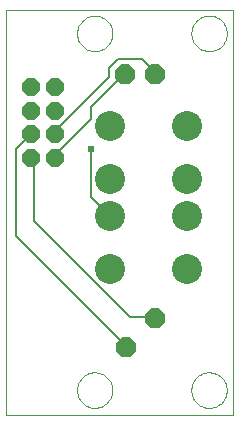
<source format=gtl>
G75*
%MOIN*%
%OFA0B0*%
%FSLAX24Y24*%
%IPPOS*%
%LPD*%
%AMOC8*
5,1,8,0,0,1.08239X$1,22.5*
%
%ADD10C,0.0000*%
%ADD11OC8,0.0660*%
%ADD12C,0.1000*%
%ADD13OC8,0.0600*%
%ADD14C,0.0080*%
%ADD15C,0.0240*%
D10*
X000147Y000177D02*
X000147Y013680D01*
X007730Y013680D01*
X007730Y000177D01*
X000147Y000177D01*
X002523Y001002D02*
X002525Y001050D01*
X002531Y001098D01*
X002541Y001145D01*
X002554Y001191D01*
X002572Y001236D01*
X002592Y001280D01*
X002617Y001322D01*
X002645Y001361D01*
X002675Y001398D01*
X002709Y001432D01*
X002746Y001464D01*
X002784Y001493D01*
X002825Y001518D01*
X002868Y001540D01*
X002913Y001558D01*
X002959Y001572D01*
X003006Y001583D01*
X003054Y001590D01*
X003102Y001593D01*
X003150Y001592D01*
X003198Y001587D01*
X003246Y001578D01*
X003292Y001566D01*
X003337Y001549D01*
X003381Y001529D01*
X003423Y001506D01*
X003463Y001479D01*
X003501Y001449D01*
X003536Y001416D01*
X003568Y001380D01*
X003598Y001342D01*
X003624Y001301D01*
X003646Y001258D01*
X003666Y001214D01*
X003681Y001169D01*
X003693Y001122D01*
X003701Y001074D01*
X003705Y001026D01*
X003705Y000978D01*
X003701Y000930D01*
X003693Y000882D01*
X003681Y000835D01*
X003666Y000790D01*
X003646Y000746D01*
X003624Y000703D01*
X003598Y000662D01*
X003568Y000624D01*
X003536Y000588D01*
X003501Y000555D01*
X003463Y000525D01*
X003423Y000498D01*
X003381Y000475D01*
X003337Y000455D01*
X003292Y000438D01*
X003246Y000426D01*
X003198Y000417D01*
X003150Y000412D01*
X003102Y000411D01*
X003054Y000414D01*
X003006Y000421D01*
X002959Y000432D01*
X002913Y000446D01*
X002868Y000464D01*
X002825Y000486D01*
X002784Y000511D01*
X002746Y000540D01*
X002709Y000572D01*
X002675Y000606D01*
X002645Y000643D01*
X002617Y000682D01*
X002592Y000724D01*
X002572Y000768D01*
X002554Y000813D01*
X002541Y000859D01*
X002531Y000906D01*
X002525Y000954D01*
X002523Y001002D01*
X006335Y001002D02*
X006337Y001050D01*
X006343Y001098D01*
X006353Y001145D01*
X006366Y001191D01*
X006384Y001236D01*
X006404Y001280D01*
X006429Y001322D01*
X006457Y001361D01*
X006487Y001398D01*
X006521Y001432D01*
X006558Y001464D01*
X006596Y001493D01*
X006637Y001518D01*
X006680Y001540D01*
X006725Y001558D01*
X006771Y001572D01*
X006818Y001583D01*
X006866Y001590D01*
X006914Y001593D01*
X006962Y001592D01*
X007010Y001587D01*
X007058Y001578D01*
X007104Y001566D01*
X007149Y001549D01*
X007193Y001529D01*
X007235Y001506D01*
X007275Y001479D01*
X007313Y001449D01*
X007348Y001416D01*
X007380Y001380D01*
X007410Y001342D01*
X007436Y001301D01*
X007458Y001258D01*
X007478Y001214D01*
X007493Y001169D01*
X007505Y001122D01*
X007513Y001074D01*
X007517Y001026D01*
X007517Y000978D01*
X007513Y000930D01*
X007505Y000882D01*
X007493Y000835D01*
X007478Y000790D01*
X007458Y000746D01*
X007436Y000703D01*
X007410Y000662D01*
X007380Y000624D01*
X007348Y000588D01*
X007313Y000555D01*
X007275Y000525D01*
X007235Y000498D01*
X007193Y000475D01*
X007149Y000455D01*
X007104Y000438D01*
X007058Y000426D01*
X007010Y000417D01*
X006962Y000412D01*
X006914Y000411D01*
X006866Y000414D01*
X006818Y000421D01*
X006771Y000432D01*
X006725Y000446D01*
X006680Y000464D01*
X006637Y000486D01*
X006596Y000511D01*
X006558Y000540D01*
X006521Y000572D01*
X006487Y000606D01*
X006457Y000643D01*
X006429Y000682D01*
X006404Y000724D01*
X006384Y000768D01*
X006366Y000813D01*
X006353Y000859D01*
X006343Y000906D01*
X006337Y000954D01*
X006335Y001002D01*
X006335Y012893D02*
X006337Y012941D01*
X006343Y012989D01*
X006353Y013036D01*
X006366Y013082D01*
X006384Y013127D01*
X006404Y013171D01*
X006429Y013213D01*
X006457Y013252D01*
X006487Y013289D01*
X006521Y013323D01*
X006558Y013355D01*
X006596Y013384D01*
X006637Y013409D01*
X006680Y013431D01*
X006725Y013449D01*
X006771Y013463D01*
X006818Y013474D01*
X006866Y013481D01*
X006914Y013484D01*
X006962Y013483D01*
X007010Y013478D01*
X007058Y013469D01*
X007104Y013457D01*
X007149Y013440D01*
X007193Y013420D01*
X007235Y013397D01*
X007275Y013370D01*
X007313Y013340D01*
X007348Y013307D01*
X007380Y013271D01*
X007410Y013233D01*
X007436Y013192D01*
X007458Y013149D01*
X007478Y013105D01*
X007493Y013060D01*
X007505Y013013D01*
X007513Y012965D01*
X007517Y012917D01*
X007517Y012869D01*
X007513Y012821D01*
X007505Y012773D01*
X007493Y012726D01*
X007478Y012681D01*
X007458Y012637D01*
X007436Y012594D01*
X007410Y012553D01*
X007380Y012515D01*
X007348Y012479D01*
X007313Y012446D01*
X007275Y012416D01*
X007235Y012389D01*
X007193Y012366D01*
X007149Y012346D01*
X007104Y012329D01*
X007058Y012317D01*
X007010Y012308D01*
X006962Y012303D01*
X006914Y012302D01*
X006866Y012305D01*
X006818Y012312D01*
X006771Y012323D01*
X006725Y012337D01*
X006680Y012355D01*
X006637Y012377D01*
X006596Y012402D01*
X006558Y012431D01*
X006521Y012463D01*
X006487Y012497D01*
X006457Y012534D01*
X006429Y012573D01*
X006404Y012615D01*
X006384Y012659D01*
X006366Y012704D01*
X006353Y012750D01*
X006343Y012797D01*
X006337Y012845D01*
X006335Y012893D01*
X002523Y012893D02*
X002525Y012941D01*
X002531Y012989D01*
X002541Y013036D01*
X002554Y013082D01*
X002572Y013127D01*
X002592Y013171D01*
X002617Y013213D01*
X002645Y013252D01*
X002675Y013289D01*
X002709Y013323D01*
X002746Y013355D01*
X002784Y013384D01*
X002825Y013409D01*
X002868Y013431D01*
X002913Y013449D01*
X002959Y013463D01*
X003006Y013474D01*
X003054Y013481D01*
X003102Y013484D01*
X003150Y013483D01*
X003198Y013478D01*
X003246Y013469D01*
X003292Y013457D01*
X003337Y013440D01*
X003381Y013420D01*
X003423Y013397D01*
X003463Y013370D01*
X003501Y013340D01*
X003536Y013307D01*
X003568Y013271D01*
X003598Y013233D01*
X003624Y013192D01*
X003646Y013149D01*
X003666Y013105D01*
X003681Y013060D01*
X003693Y013013D01*
X003701Y012965D01*
X003705Y012917D01*
X003705Y012869D01*
X003701Y012821D01*
X003693Y012773D01*
X003681Y012726D01*
X003666Y012681D01*
X003646Y012637D01*
X003624Y012594D01*
X003598Y012553D01*
X003568Y012515D01*
X003536Y012479D01*
X003501Y012446D01*
X003463Y012416D01*
X003423Y012389D01*
X003381Y012366D01*
X003337Y012346D01*
X003292Y012329D01*
X003246Y012317D01*
X003198Y012308D01*
X003150Y012303D01*
X003102Y012302D01*
X003054Y012305D01*
X003006Y012312D01*
X002959Y012323D01*
X002913Y012337D01*
X002868Y012355D01*
X002825Y012377D01*
X002784Y012402D01*
X002746Y012431D01*
X002709Y012463D01*
X002675Y012497D01*
X002645Y012534D01*
X002617Y012573D01*
X002592Y012615D01*
X002572Y012659D01*
X002554Y012704D01*
X002541Y012750D01*
X002531Y012797D01*
X002525Y012845D01*
X002523Y012893D01*
D11*
X004122Y011552D03*
X005122Y011552D03*
X005139Y003419D03*
X004155Y002435D03*
D12*
X003617Y005037D03*
X003617Y006817D03*
X003617Y008037D03*
X003617Y009817D03*
X006177Y009817D03*
X006177Y008037D03*
X006177Y006817D03*
X006177Y005037D03*
D13*
X001791Y008746D03*
X001791Y009534D03*
X001791Y010321D03*
X001791Y011108D03*
X001004Y011108D03*
X001004Y010321D03*
X001004Y009534D03*
X001004Y008746D03*
D14*
X001097Y008727D01*
X001097Y006627D01*
X004297Y003427D01*
X005097Y003427D01*
X005139Y003419D01*
X004097Y002527D02*
X004155Y002435D01*
X004097Y002527D02*
X000497Y006127D01*
X000497Y009027D01*
X001004Y009534D01*
X001791Y009534D02*
X001797Y009627D01*
X003597Y011427D01*
X003597Y011727D01*
X003897Y012027D01*
X004697Y012027D01*
X005097Y011627D01*
X005122Y011552D01*
X004122Y011552D02*
X004097Y011527D01*
X002997Y010427D01*
X002997Y010027D01*
X001797Y008827D01*
X001791Y008746D01*
X002997Y009027D02*
X002997Y007427D01*
X003597Y006827D01*
X003617Y006817D01*
D15*
X002997Y009027D03*
M02*

</source>
